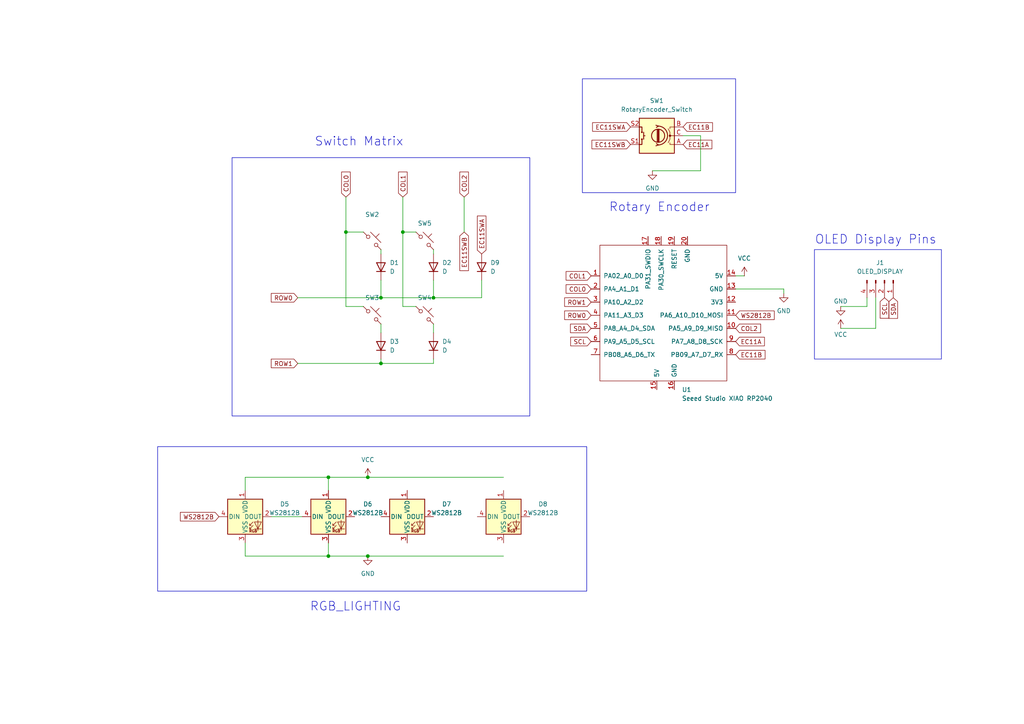
<source format=kicad_sch>
(kicad_sch (version 20231120) (generator "eeschema") (generator_version "8.0")
  (paper "A4")
  (lib_symbols
    (symbol "Connector:Conn_01x04_Pin" (pin_names (offset 1.016) hide)
      (property "Reference" "J" (at 0 5.08 0))
      (property "Value" "Conn_01x04_Pin" (at 0 -7.62 0))
      (symbol "Conn_01x04_Pin_1_1"
        (polyline (pts (xy 1.27 -5.08) (xy 0.8636 -5.08)) (stroke (width 0.1524)))
        (polyline (pts (xy 1.27 -2.54) (xy 0.8636 -2.54)) (stroke (width 0.1524)))
        (polyline (pts (xy 1.27 0) (xy 0.8636 0)) (stroke (width 0.1524)))
        (polyline (pts (xy 1.27 2.54) (xy 0.8636 2.54)) (stroke (width 0.1524)))
        (rectangle (start 0.8636 -4.953) (end 0 -5.207) (stroke (width 0.1524)) (fill (type outline)))
        (rectangle (start 0.8636 -2.413) (end 0 -2.667) (stroke (width 0.1524)) (fill (type outline)))
        (rectangle (start 0.8636 0.127) (end 0 -0.127) (stroke (width 0.1524)) (fill (type outline)))
        (rectangle (start 0.8636 2.667) (end 0 2.413) (stroke (width 0.1524)) (fill (type outline)))
        (pin passive line (at 5.08 2.54 180) (length 3.81) (name "Pin_1") (number "1"))
        (pin passive line (at 5.08 0 180) (length 3.81) (name "Pin_2") (number "2"))
        (pin passive line (at 5.08 -2.54 180) (length 3.81) (name "Pin_3") (number "3"))
        (pin passive line (at 5.08 -5.08 180) (length 3.81) (name "Pin_4") (number "4"))
      )
    )
    (symbol "Device:D" (pin_numbers hide) (pin_names (offset 1.016) hide)
      (property "Reference" "D" (at 0 2.54 0))
      (property "Value" "D" (at 0 -2.54 0))
      (symbol "D_0_1"
        (polyline (pts (xy -1.27 1.27) (xy -1.27 -1.27)) (stroke (width 0.254)))
        (polyline (pts (xy 1.27 0) (xy -1.27 0)))
        (polyline (pts (xy 1.27 1.27) (xy 1.27 -1.27) (xy -1.27 0) (xy 1.27 1.27)) (stroke (width 0.254)))
      )
      (symbol "D_1_1"
        (pin passive line (at -3.81 0 0) (length 2.54) (name "K") (number "1"))
        (pin passive line (at 3.81 0 180) (length 2.54) (name "A") (number "2"))
      )
    )
    (symbol "Device:RotaryEncoder_Switch" (pin_names (offset 0.254) hide)
      (property "Reference" "SW" (at 0 6.604 0))
      (property "Value" "RotaryEncoder_Switch" (at 0 -6.604 0))
      (symbol "RotaryEncoder_Switch_0_1"
        (rectangle (start -5.08 5.08) (end 5.08 -5.08) (stroke (width 0.254)) (fill (type background)))
        (circle (center -3.81 0) (radius 0.254) (fill (type outline)))
        (circle (center -0.381 0) (radius 1.905) (stroke (width 0.254)))
        (arc (start -0.381 2.667) (mid -3.0988 -0.0635) (end -0.381 -2.794) (stroke (width 0.254)))
        (polyline (pts (xy -0.635 -1.778) (xy -0.635 1.778)) (stroke (width 0.254)))
        (polyline (pts (xy -0.381 -1.778) (xy -0.381 1.778)) (stroke (width 0.254)))
        (polyline (pts (xy -0.127 1.778) (xy -0.127 -1.778)) (stroke (width 0.254)))
        (polyline (pts (xy 3.81 0) (xy 3.429 0)) (stroke (width 0.254)))
        (polyline (pts (xy 3.81 1.016) (xy 3.81 -1.016)) (stroke (width 0.254)))
        (polyline (pts (xy -5.08 -2.54) (xy -3.81 -2.54) (xy -3.81 -2.032)))
        (polyline (pts (xy -5.08 2.54) (xy -3.81 2.54) (xy -3.81 2.032)))
        (polyline (pts (xy 0.254 -3.048) (xy -0.508 -2.794) (xy 0.127 -2.413)) (stroke (width 0.254)))
        (polyline (pts (xy 0.254 2.921) (xy -0.508 2.667) (xy 0.127 2.286)) (stroke (width 0.254)))
        (polyline (pts (xy 5.08 -2.54) (xy 4.318 -2.54) (xy 4.318 -1.016)) (stroke (width 0.254)))
        (polyline (pts (xy 5.08 2.54) (xy 4.318 2.54) (xy 4.318 1.016)) (stroke (width 0.254)))
        (polyline (pts (xy -5.08 0) (xy -3.81 0) (xy -3.81 -1.016) (xy -3.302 -2.032)))
        (polyline (pts (xy -4.318 0) (xy -3.81 0) (xy -3.81 1.016) (xy -3.302 2.032)))
        (circle (center 4.318 -1.016) (radius 0.127) (stroke (width 0.254)))
        (circle (center 4.318 1.016) (radius 0.127) (stroke (width 0.254)))
      )
      (symbol "RotaryEncoder_Switch_1_1"
        (pin passive line (at -7.62 2.54 0) (length 2.54) (name "A") (number "A"))
        (pin passive line (at -7.62 -2.54 0) (length 2.54) (name "B") (number "B"))
        (pin passive line (at -7.62 0 0) (length 2.54) (name "C") (number "C"))
        (pin passive line (at 7.62 2.54 180) (length 2.54) (name "S1") (number "S1"))
        (pin passive line (at 7.62 -2.54 180) (length 2.54) (name "S2") (number "S2"))
      )
    )
    (symbol "LED:WS2812B" (pin_names (offset 0.254))
      (property "Reference" "D" (at 5.08 5.715 0))
      (property "Value" "WS2812B" (at 1.27 -5.715 0))
      (symbol "WS2812B_0_0"
        (text "RGB" (at 2.286 -4.191 0) (effects (font (size 0.762 0.762))))
      )
      (symbol "WS2812B_0_1"
        (polyline (pts (xy 1.27 -3.556) (xy 1.778 -3.556)))
        (polyline (pts (xy 1.27 -2.54) (xy 1.778 -2.54)))
        (polyline (pts (xy 4.699 -3.556) (xy 2.667 -3.556)))
        (polyline (pts (xy 2.286 -2.54) (xy 1.27 -3.556) (xy 1.27 -3.048)))
        (polyline (pts (xy 2.286 -1.524) (xy 1.27 -2.54) (xy 1.27 -2.032)))
        (polyline (pts (xy 3.683 -1.016) (xy 3.683 -3.556) (xy 3.683 -4.064)))
        (polyline (pts (xy 4.699 -1.524) (xy 2.667 -1.524) (xy 3.683 -3.556) (xy 4.699 -1.524)))
        (rectangle (start 5.08 5.08) (end -5.08 -5.08) (stroke (width 0.254)) (fill (type background)))
      )
      (symbol "WS2812B_1_1"
        (pin power_in line (at 0 7.62 270) (length 2.54) (name "VDD") (number "1"))
        (pin output line (at 7.62 0 180) (length 2.54) (name "DOUT") (number "2"))
        (pin power_in line (at 0 -7.62 90) (length 2.54) (name "VSS") (number "3"))
        (pin input line (at -7.62 0 0) (length 2.54) (name "DIN") (number "4"))
      )
    )
    (symbol "Seeed_Studio_XIAO_Series:Seeed Studio XIAO SAMD21" (pin_names (offset 1.016))
      (property "Reference" "U" (at -19.05 22.86 0))
      (property "Value" "Seeed Studio XIAO SAMD21" (at -12.7 21.59 0))
      (symbol "Seeed Studio XIAO SAMD21_0_1"
        (rectangle (start -19.05 20.32) (end 17.78 -19.05))
      )
      (symbol "Seeed Studio XIAO SAMD21_1_1"
        (pin unspecified line (at -21.59 11.43 0) (length 2.54) (name "PA02_A0_D0") (number "1"))
        (pin unspecified line (at 20.32 -3.81 180) (length 2.54) (name "PA5_A9_D9_MISO") (number "10"))
        (pin unspecified line (at 20.32 0 180) (length 2.54) (name "PA6_A10_D10_MOSI") (number "11"))
        (pin unspecified line (at 20.32 3.81 180) (length 2.54) (name "3V3") (number "12"))
        (pin unspecified line (at 20.32 7.62 180) (length 2.54) (name "GND") (number "13"))
        (pin unspecified line (at 20.32 11.43 180) (length 2.54) (name "5V") (number "14"))
        (pin input line (at -2.54 -21.59 90) (length 2.54) (name "5V") (number "15"))
        (pin input line (at 2.54 -21.59 90) (length 2.54) (name "GND") (number "16"))
        (pin input line (at -5.08 22.86 270) (length 2.54) (name "PA31_SWDIO") (number "17"))
        (pin input line (at -1.27 22.86 270) (length 2.54) (name "PA30_SWCLK") (number "18"))
        (pin input line (at 2.54 22.86 270) (length 2.54) (name "RESET") (number "19"))
        (pin unspecified line (at -21.59 7.62 0) (length 2.54) (name "PA4_A1_D1") (number "2"))
        (pin input line (at 6.35 22.86 270) (length 2.54) (name "GND") (number "20"))
        (pin unspecified line (at -21.59 3.81 0) (length 2.54) (name "PA10_A2_D2") (number "3"))
        (pin unspecified line (at -21.59 0 0) (length 2.54) (name "PA11_A3_D3") (number "4"))
        (pin unspecified line (at -21.59 -3.81 0) (length 2.54) (name "PA8_A4_D4_SDA") (number "5"))
        (pin unspecified line (at -21.59 -7.62 0) (length 2.54) (name "PA9_A5_D5_SCL") (number "6"))
        (pin unspecified line (at -21.59 -11.43 0) (length 2.54) (name "PB08_A6_D6_TX") (number "7"))
        (pin unspecified line (at 20.32 -11.43 180) (length 2.54) (name "PB09_A7_D7_RX") (number "8"))
        (pin unspecified line (at 20.32 -7.62 180) (length 2.54) (name "PA7_A8_D8_SCK") (number "9"))
      )
    )
    (symbol "Switch:SW_Push_45deg" (pin_numbers hide) (pin_names (offset 1.016) hide)
      (property "Reference" "SW" (at 3.048 1.016 0))
      (property "Value" "SW_Push_45deg" (at 0 -3.81 0))
      (symbol "SW_Push_45deg_0_1"
        (circle (center -1.1684 1.1684) (radius 0.508))
        (polyline (pts (xy -0.508 2.54) (xy 2.54 -0.508)))
        (polyline (pts (xy 1.016 1.016) (xy 2.032 2.032)))
        (polyline (pts (xy -2.54 2.54) (xy -1.524 1.524) (xy -1.524 1.524)))
        (polyline (pts (xy 1.524 -1.524) (xy 2.54 -2.54) (xy 2.54 -2.54) (xy 2.54 -2.54)))
        (circle (center 1.143 -1.1938) (radius 0.508))
        (pin passive line (at -2.54 2.54 0) (length 0) (name "1") (number "1"))
        (pin passive line (at 2.54 -2.54 180) (length 0) (name "2") (number "2"))
      )
    )
    (symbol "power:GND" (power) (pin_numbers hide) (pin_names (offset 0) hide)
      (property "Value" "GND" (at 0 -3.81 0))
      (symbol "GND_0_1"
        (polyline (pts (xy 0 0) (xy 0 -1.27) (xy 1.27 -1.27) (xy 0 -2.54) (xy -1.27 -1.27) (xy 0 -1.27)))
      )
      (symbol "GND_1_1"
        (pin power_in line (at 0 0 270) (length 0) (name "~") (number "1"))
      )
    )
    (symbol "power:VCC" (power) (pin_numbers hide) (pin_names (offset 0) hide)
      (property "Value" "VCC" (at 0 3.556 0))
      (symbol "VCC_0_1"
        (polyline (pts (xy -0.762 1.27) (xy 0 2.54)))
        (polyline (pts (xy 0 0) (xy 0 2.54)))
        (polyline (pts (xy 0 2.54) (xy 0.762 1.27)))
      )
      (symbol "VCC_1_1"
        (pin power_in line (at 0 0 90) (length 0) (name "~") (number "1"))
      )
    )
  )
  (junction (at 110.49 86.36))
  (junction (at 110.49 105.41))
  (junction (at 125.73 86.36))
  (junction (at 95.25 138.43))
  (junction (at 116.84 67.31))
  (junction (at 106.68 138.43))
  (junction (at 100.33 67.31))
  (junction (at 106.68 161.29))
  (junction (at 95.25 161.29))
  (wire (pts (xy 243.84 95.25) (xy 254 95.25)))
  (wire (pts (xy 106.68 161.29) (xy 146.05 161.29)))
  (wire (pts (xy 95.25 157.48) (xy 95.25 161.29)))
  (wire (pts (xy 125.73 93.98) (xy 125.73 96.52)))
  (wire (pts (xy 251.46 88.9) (xy 251.46 86.36)))
  (wire (pts (xy 110.49 86.36) (xy 125.73 86.36)))
  (wire (pts (xy 100.33 67.31) (xy 100.33 88.9)))
  (wire (pts (xy 134.62 57.15) (xy 134.62 67.31)))
  (wire (pts (xy 110.49 105.41) (xy 125.73 105.41)))
  (wire (pts (xy 110.49 104.14) (xy 110.49 105.41)))
  (wire (pts (xy 95.25 161.29) (xy 106.68 161.29)))
  (wire (pts (xy 71.12 138.43) (xy 71.12 142.24)))
  (wire (pts (xy 243.84 88.9) (xy 251.46 88.9)))
  (wire (pts (xy 254 95.25) (xy 254 86.36)))
  (wire (pts (xy 189.23 49.53) (xy 203.2 49.53)))
  (wire (pts (xy 110.49 81.28) (xy 110.49 86.36)))
  (wire (pts (xy 139.7 86.36) (xy 125.73 86.36)))
  (wire (pts (xy 139.7 81.28) (xy 139.7 86.36)))
  (wire (pts (xy 110.49 73.66) (xy 110.49 72.39)))
  (wire (pts (xy 71.12 161.29) (xy 71.12 157.48)))
  (wire (pts (xy 116.84 67.31) (xy 120.65 67.31)))
  (wire (pts (xy 116.84 67.31) (xy 116.84 57.15)))
  (wire (pts (xy 116.84 88.9) (xy 120.65 88.9)))
  (wire (pts (xy 116.84 67.31) (xy 116.84 88.9)))
  (wire (pts (xy 106.68 138.43) (xy 146.05 138.43)))
  (wire (pts (xy 95.25 138.43) (xy 106.68 138.43)))
  (wire (pts (xy 213.36 80.01) (xy 215.9 80.01)))
  (wire (pts (xy 86.36 105.41) (xy 110.49 105.41)))
  (wire (pts (xy 203.2 39.37) (xy 203.2 49.53)))
  (wire (pts (xy 125.73 105.41) (xy 125.73 104.14)))
  (wire (pts (xy 100.33 57.15) (xy 100.33 67.31)))
  (wire (pts (xy 86.36 86.36) (xy 110.49 86.36)))
  (wire (pts (xy 71.12 138.43) (xy 95.25 138.43)))
  (wire (pts (xy 125.73 81.28) (xy 125.73 86.36)))
  (wire (pts (xy 100.33 88.9) (xy 105.41 88.9)))
  (wire (pts (xy 203.2 39.37) (xy 198.12 39.37)))
  (wire (pts (xy 227.33 85.09) (xy 227.33 83.82)))
  (wire (pts (xy 95.25 138.43) (xy 95.25 142.24)))
  (wire (pts (xy 71.12 161.29) (xy 95.25 161.29)))
  (wire (pts (xy 110.49 96.52) (xy 110.49 93.98)))
  (wire (pts (xy 78.74 149.86) (xy 87.63 149.86)))
  (wire (pts (xy 100.33 67.31) (xy 105.41 67.31)))
  (wire (pts (xy 227.33 83.82) (xy 213.36 83.82)))
  (wire (pts (xy 125.73 72.39) (xy 125.73 73.66)))
  (rectangle (start 236.22 72.39) (end 273.05 104.14))
  (rectangle (start 168.91 22.86) (end 213.36 55.88))
  (rectangle (start 45.72 129.54) (end 170.18 171.45))
  (rectangle (start 67.31 45.72) (end 153.67 120.65))
  (text "RGB_LIGHTING" (at 103.124 176.022 0) (effects (font (size 2.54 2.54))))
  (text "Switch Matrix\n" (at 104.14 41.148 0) (effects (font (size 2.54 2.54))))
  (text "Rotary Encoder" (at 191.262 60.198 0) (effects (font (size 2.54 2.54))))
  (text "OLED Display Pins" (at 254 69.596 0) (effects (font (size 2.54 2.54))))
  (global_label "SDA" (shape input) (at 171.45 95.25 180) (property "Intersheetrefs" "${INTERSHEET_REFS}" (effects (hide yes))))
  (global_label "EC11SWB" (shape input) (at 182.88 41.91 180) (property "Intersheetrefs" "${INTERSHEET_REFS}" (effects (hide yes))))
  (global_label "COL1" (shape input) (at 171.45 80.01 180) (property "Intersheetrefs" "${INTERSHEET_REFS}" (effects (hide yes))))
  (global_label "EC11A" (shape input) (at 213.36 99.06 0) (property "Intersheetrefs" "${INTERSHEET_REFS}" (effects (hide yes))))
  (global_label "SCL" (shape input) (at 171.45 99.06 180) (property "Intersheetrefs" "${INTERSHEET_REFS}" (effects (hide yes))))
  (global_label "ROW0" (shape input) (at 171.45 91.44 180) (property "Intersheetrefs" "${INTERSHEET_REFS}" (effects (hide yes))))
  (global_label "EC11A" (shape input) (at 198.12 41.91 0) (property "Intersheetrefs" "${INTERSHEET_REFS}" (effects (hide yes))))
  (global_label "WS2812B" (shape input) (at 213.36 91.44 0) (property "Intersheetrefs" "${INTERSHEET_REFS}" (effects (hide yes))))
  (global_label "EC11SWA" (shape input) (at 139.7 73.66 90) (property "Intersheetrefs" "${INTERSHEET_REFS}" (effects (hide yes))))
  (global_label "ROW1" (shape input) (at 171.45 87.63 180) (property "Intersheetrefs" "${INTERSHEET_REFS}" (effects (hide yes))))
  (global_label "ROW1" (shape input) (at 86.36 105.41 180) (property "Intersheetrefs" "${INTERSHEET_REFS}" (effects (hide yes))))
  (global_label "EC11SWB" (shape input) (at 134.62 67.31 270) (property "Intersheetrefs" "${INTERSHEET_REFS}" (effects (hide yes))))
  (global_label "ROW0" (shape input) (at 86.36 86.36 180) (property "Intersheetrefs" "${INTERSHEET_REFS}" (effects (hide yes))))
  (global_label "SCL" (shape input) (at 256.54 86.36 270) (property "Intersheetrefs" "${INTERSHEET_REFS}" (effects (hide yes))))
  (global_label "WS2812B" (shape input) (at 63.5 149.86 180) (property "Intersheetrefs" "${INTERSHEET_REFS}" (effects (hide yes))))
  (global_label "COL1" (shape input) (at 116.84 57.15 90) (property "Intersheetrefs" "${INTERSHEET_REFS}" (effects (hide yes))))
  (global_label "COL2" (shape input) (at 134.62 57.15 90) (property "Intersheetrefs" "${INTERSHEET_REFS}" (effects (hide yes))))
  (global_label "EC11SWA" (shape input) (at 182.88 36.83 180) (property "Intersheetrefs" "${INTERSHEET_REFS}" (effects (hide yes))))
  (global_label "EC11B" (shape input) (at 198.12 36.83 0) (property "Intersheetrefs" "${INTERSHEET_REFS}" (effects (hide yes))))
  (global_label "COL0" (shape input) (at 171.45 83.82 180) (property "Intersheetrefs" "${INTERSHEET_REFS}" (effects (hide yes))))
  (global_label "SDA" (shape input) (at 259.08 86.36 270) (property "Intersheetrefs" "${INTERSHEET_REFS}" (effects (hide yes))))
  (global_label "EC11B" (shape input) (at 213.36 102.87 0) (property "Intersheetrefs" "${INTERSHEET_REFS}" (effects (hide yes))))
  (global_label "COL0" (shape input) (at 100.33 57.15 90) (property "Intersheetrefs" "${INTERSHEET_REFS}" (effects (hide yes))))
  (global_label "COL2" (shape input) (at 213.36 95.25 0) (property "Intersheetrefs" "${INTERSHEET_REFS}" (effects (hide yes))))
  (symbol (lib_id "Device:D") (at 125.73 77.47 90) (unit 1)
    (property "Reference" "D2" (at 128.27 76.1999 90) (effects (justify right)))
    (property "Value" "D" (at 128.27 78.7399 90) (effects (justify right)))
    (property "Footprint" "Diode_THT:D_DO-35_SOD27_P7.62mm_Horizontal" (effects (hide yes)))
    (property "Description" "Diode" (effects (hide yes)))
    (property "Sim.Device" "D" (effects (hide yes)))
    (property "Sim.Pins" "1=K 2=A" (effects (hide yes)))
  )
  (symbol (lib_id "Seeed_Studio_XIAO_Series:Seeed Studio XIAO SAMD21") (at 193.04 91.44 0) (unit 1)
    (property "Reference" "U1" (at 197.7741 113.03 0) (effects (justify left)))
    (property "Value" "Seeed Studio XIAO RP2040" (at 197.7741 115.57 0) (effects (justify left)))
    (property "Footprint" "Seeed Studio XIAO Series Library:XIAO-Generic-Hybrid-14P-2.54-21X17.8MM" (effects (hide yes)))
  )
  (symbol (lib_id "power:GND") (at 243.84 88.9 0) (unit 1)
    (property "Reference" "#PWR04" (effects (hide yes)))
    (property "Value" "GND" (at 243.84 87.376 0))
    (property "Description" "Power symbol creates a global label with name \"GND\" , ground" (effects (hide yes)))
  )
  (symbol (lib_id "LED:WS2812B") (at 95.25 149.86 0) (unit 1)
    (property "Reference" "D6" (at 106.68 146.212 0))
    (property "Value" "WS2812B" (at 106.68 148.752 0))
    (property "Footprint" "LED_SMD:LED_WS2812B_PLCC4_5.0x5.0mm_P3.2mm" (effects (hide yes)))
    (property "Datasheet" "https://cdn-shop.adafruit.com/datasheets/WS2812B.pdf" (effects (hide yes)))
    (property "Description" "RGB LED with integrated controller" (effects (hide yes)))
  )
  (symbol (lib_id "Device:D") (at 125.73 100.33 90) (unit 1)
    (property "Reference" "D4" (at 128.27 99.0599 90) (effects (justify right)))
    (property "Value" "D" (at 128.27 101.5999 90) (effects (justify right)))
    (property "Footprint" "Diode_THT:D_DO-35_SOD27_P7.62mm_Horizontal" (effects (hide yes)))
    (property "Description" "Diode" (effects (hide yes)))
    (property "Sim.Device" "D" (effects (hide yes)))
    (property "Sim.Pins" "1=K 2=A" (effects (hide yes)))
  )
  (symbol (lib_id "Switch:SW_Push_45deg") (at 123.19 91.44 0) (unit 1)
    (property "Reference" "SW4" (at 123.19 86.36 0))
    (property "Value" "SW_Push_45deg" (effects (hide yes)))
    (property "Footprint" "MX_Solderable:MX-Solderable-1U" (effects (hide yes)))
    (property "Description" "Push button switch, normally open, two pins, 45° tilted" (effects (hide yes)))
  )
  (symbol (lib_id "power:GND") (at 189.23 49.53 0) (unit 1)
    (property "Reference" "#PWR03" (effects (hide yes)))
    (property "Value" "GND" (at 189.23 54.61 0))
    (property "Description" "Power symbol creates a global label with name \"GND\" , ground" (effects (hide yes)))
  )
  (symbol (lib_id "power:VCC") (at 215.9 80.01 0) (unit 1)
    (property "Reference" "#PWR02" (effects (hide yes)))
    (property "Value" "VCC" (at 215.9 74.93 0))
    (property "Description" "Power symbol creates a global label with name \"VCC\"" (effects (hide yes)))
  )
  (symbol (lib_id "Switch:SW_Push_45deg") (at 107.95 69.85 0) (unit 1)
    (property "Reference" "SW2" (at 107.95 62.23 0))
    (property "Value" "SW_Push_45deg" (effects (hide yes)))
    (property "Footprint" "MX_Solderable:MX-Solderable-1U" (effects (hide yes)))
    (property "Description" "Push button switch, normally open, two pins, 45° tilted" (effects (hide yes)))
  )
  (symbol (lib_id "Switch:SW_Push_45deg") (at 123.19 69.85 0) (unit 1)
    (property "Reference" "SW5" (at 123.19 64.77 0))
    (property "Value" "SW_Push_45deg" (effects (hide yes)))
    (property "Footprint" "MX_Solderable:MX-Solderable-1U" (effects (hide yes)))
    (property "Description" "Push button switch, normally open, two pins, 45° tilted" (effects (hide yes)))
  )
  (symbol (lib_id "Switch:SW_Push_45deg") (at 107.95 91.44 0) (unit 1)
    (property "Reference" "SW3" (at 107.95 86.36 0))
    (property "Value" "SW_Push_45deg" (effects (hide yes)))
    (property "Footprint" "MX_Solderable:MX-Solderable-1U" (effects (hide yes)))
    (property "Description" "Push button switch, normally open, two pins, 45° tilted" (effects (hide yes)))
  )
  (symbol (lib_id "power:VCC") (at 106.68 138.43 0) (unit 1)
    (property "Reference" "#PWR07" (effects (hide yes)))
    (property "Value" "VCC" (at 106.68 133.35 0))
    (property "Description" "Power symbol creates a global label with name \"VCC\"" (effects (hide yes)))
  )
  (symbol (lib_id "Connector:Conn_01x04_Pin") (at 256.54 81.28 270) (unit 1)
    (property "Reference" "J1" (at 255.27 76.2 90))
    (property "Value" "OLED_DISPLAY" (at 255.27 78.74 90))
    (property "Footprint" "Connector_PinHeader_2.54mm:PinHeader_1x04_P2.54mm_Vertical" (effects (hide yes)))
    (property "Description" "Generic connector, single row, 01x04, script generated" (effects (hide yes)))
  )
  (symbol (lib_id "Device:D") (at 110.49 100.33 90) (unit 1)
    (property "Reference" "D3" (at 113.03 99.0599 90) (effects (justify right)))
    (property "Value" "D" (at 113.03 101.5999 90) (effects (justify right)))
    (property "Footprint" "Diode_THT:D_DO-35_SOD27_P7.62mm_Horizontal" (effects (hide yes)))
    (property "Description" "Diode" (effects (hide yes)))
    (property "Sim.Device" "D" (effects (hide yes)))
    (property "Sim.Pins" "1=K 2=A" (effects (hide yes)))
  )
  (symbol (lib_id "LED:WS2812B") (at 118.11 149.86 0) (unit 1)
    (property "Reference" "D7" (at 129.54 146.212 0))
    (property "Value" "WS2812B" (at 129.54 148.752 0))
    (property "Datasheet" "https://cdn-shop.adafruit.com/datasheets/WS2812B.pdf" (effects (hide yes)))
    (property "Description" "RGB LED with integrated controller" (effects (hide yes)))
  )
  (symbol (lib_id "Device:D") (at 139.7 77.47 90) (unit 1)
    (property "Reference" "D9" (at 142.24 76.1999 90) (effects (justify right)))
    (property "Value" "D" (at 142.24 78.7399 90) (effects (justify right)))
    (property "Footprint" "Diode_THT:D_DO-35_SOD27_P7.62mm_Horizontal" (effects (hide yes)))
    (property "Description" "Diode" (effects (hide yes)))
    (property "Sim.Device" "D" (effects (hide yes)))
    (property "Sim.Pins" "1=K 2=A" (effects (hide yes)))
  )
  (symbol (lib_id "power:VCC") (at 243.84 95.25 0) (unit 1)
    (property "Reference" "#PWR05" (effects (hide yes)))
    (property "Value" "VCC" (at 243.84 97.028 0))
    (property "Description" "Power symbol creates a global label with name \"VCC\"" (effects (hide yes)))
  )
  (symbol (lib_id "Device:RotaryEncoder_Switch") (at 190.5 39.37 180) (unit 1)
    (property "Reference" "SW1" (at 190.5 29.21 0))
    (property "Value" "RotaryEncoder_Switch" (at 190.5 31.75 0))
    (property "Footprint" "Rotary_Encoder:RotaryEncoder_Alps_EC11E-Switch_Vertical_H20mm" (effects (hide yes)))
    (property "Description" "Rotary encoder, dual channel, incremental quadrate outputs, with switch" (effects (hide yes)))
  )
  (symbol (lib_id "Device:D") (at 110.49 77.47 90) (unit 1)
    (property "Reference" "D1" (at 113.03 76.1999 90) (effects (justify right)))
    (property "Value" "D" (at 113.03 78.7399 90) (effects (justify right)))
    (property "Footprint" "Diode_THT:D_DO-35_SOD27_P7.62mm_Horizontal" (effects (hide yes)))
    (property "Description" "Diode" (effects (hide yes)))
    (property "Sim.Device" "D" (effects (hide yes)))
    (property "Sim.Pins" "1=K 2=A" (effects (hide yes)))
  )
  (symbol (lib_id "LED:WS2812B") (at 146.05 149.86 0) (unit 1)
    (property "Reference" "D8" (at 157.48 146.212 0))
    (property "Value" "WS2812B" (at 157.48 148.752 0))
    (property "Datasheet" "https://cdn-shop.adafruit.com/datasheets/WS2812B.pdf" (effects (hide yes)))
    (property "Description" "RGB LED with integrated controller" (effects (hide yes)))
  )
  (symbol (lib_id "power:GND") (at 227.33 85.09 0) (unit 1)
    (property "Reference" "#PWR01" (effects (hide yes)))
    (property "Value" "GND" (at 227.33 90.17 0))
    (property "Description" "Power symbol creates a global label with name \"GND\" , ground" (effects (hide yes)))
  )
  (symbol (lib_id "LED:WS2812B") (at 71.12 149.86 0) (unit 1)
    (property "Reference" "D5" (at 82.55 146.212 0))
    (property "Value" "WS2812B" (at 82.55 148.752 0))
    (property "Footprint" "LED_SMD:LED_WS2812B_PLCC4_5.0x5.0mm_P3.2mm" (effects (hide yes)))
    (property "Datasheet" "https://cdn-shop.adafruit.com/datasheets/WS2812B.pdf" (effects (hide yes)))
    (property "Description" "RGB LED with integrated controller" (effects (hide yes)))
  )
  (symbol (lib_id "power:GND") (at 106.68 161.29 0) (unit 1)
    (property "Reference" "#PWR06" (effects (hide yes)))
    (property "Value" "GND" (at 106.68 166.37 0))
    (property "Description" "Power symbol creates a global label with name \"GND\" , ground" (effects (hide yes)))
  )
)
</source>
